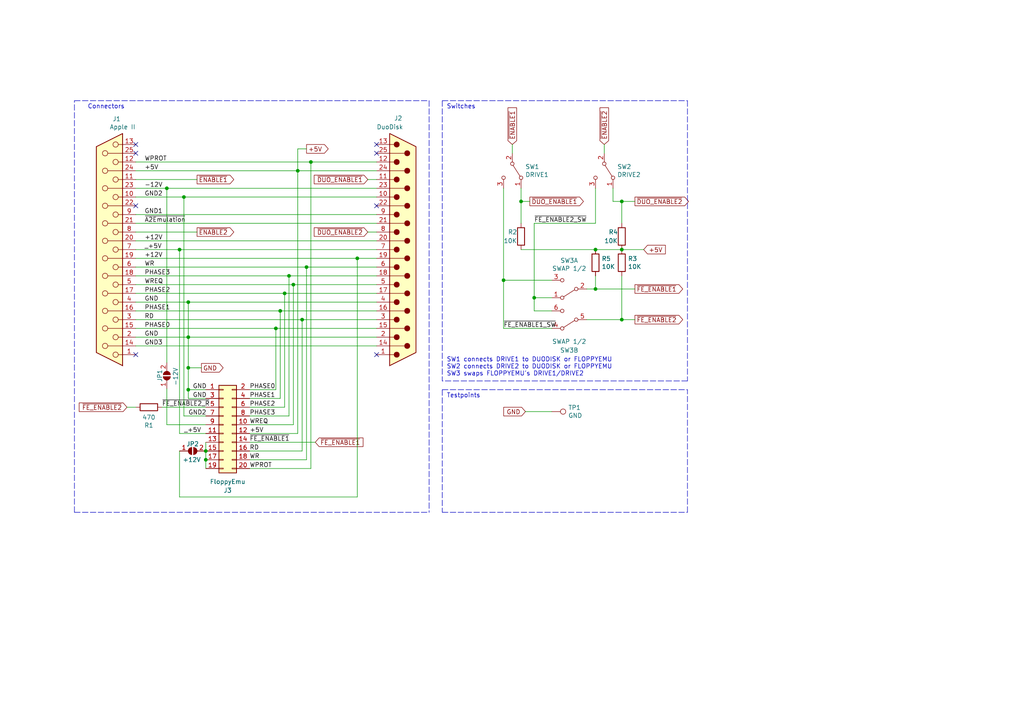
<source format=kicad_sch>
(kicad_sch (version 20211123) (generator eeschema)
  (paper "A4")
  (title_block (title "DuoDisk-FloppyEmu Adapter") (date "2022-12-21") (rev "2.0") (company "Thorsten Brehm") (comment 1 "CC-BY-SA 4.0") (comment 2 "FloppyEmu-DuoDisk-Adapter for the Apple II"))
  (lib_symbols
    (symbol "Connector:DB25_Female" (pin_names (offset 1.016) hide)
      (property "Reference" "J" (at 0 34.29 0))
      (property "Value" "DB25_Female" (at 0 -34.925 0))
      (symbol "DB25_Female_0_1"
        (circle (center -1.778 -30.48) (radius 0.762))
        (circle (center -1.778 -25.4) (radius 0.762))
        (circle (center -1.778 -20.32) (radius 0.762))
        (circle (center -1.778 -15.24) (radius 0.762))
        (circle (center -1.778 -10.16) (radius 0.762))
        (circle (center -1.778 -5.08) (radius 0.762))
        (circle (center -1.778 0) (radius 0.762))
        (circle (center -1.778 5.08) (radius 0.762))
        (circle (center -1.778 10.16) (radius 0.762))
        (circle (center -1.778 15.24) (radius 0.762))
        (circle (center -1.778 20.32) (radius 0.762))
        (circle (center -1.778 25.4) (radius 0.762))
        (circle (center -1.778 30.48) (radius 0.762))
        (polyline (pts (xy -3.81 -30.48) (xy -2.54 -30.48)))
        (polyline (pts (xy -3.81 -27.94) (xy 0.508 -27.94)))
        (polyline (pts (xy -3.81 -25.4) (xy -2.54 -25.4)))
        (polyline (pts (xy -3.81 -22.86) (xy 0.508 -22.86)))
        (polyline (pts (xy -3.81 -20.32) (xy -2.54 -20.32)))
        (polyline (pts (xy -3.81 -17.78) (xy 0.508 -17.78)))
        (polyline (pts (xy -3.81 -15.24) (xy -2.54 -15.24)))
        (polyline (pts (xy -3.81 -12.7) (xy 0.508 -12.7)))
        (polyline (pts (xy -3.81 -10.16) (xy -2.54 -10.16)))
        (polyline (pts (xy -3.81 -7.62) (xy 0.508 -7.62)))
        (polyline (pts (xy -3.81 -5.08) (xy -2.54 -5.08)))
        (polyline (pts (xy -3.81 -2.54) (xy 0.508 -2.54)))
        (polyline (pts (xy -3.81 0) (xy -2.54 0)))
        (polyline (pts (xy -3.81 2.54) (xy 0.508 2.54)))
        (polyline (pts (xy -3.81 5.08) (xy -2.54 5.08)))
        (polyline (pts (xy -3.81 7.62) (xy 0.508 7.62)))
        (polyline (pts (xy -3.81 10.16) (xy -2.54 10.16)))
        (polyline (pts (xy -3.81 12.7) (xy 0.508 12.7)))
        (polyline (pts (xy -3.81 15.24) (xy -2.54 15.24)))
        (polyline (pts (xy -3.81 17.78) (xy 0.508 17.78)))
        (polyline (pts (xy -3.81 20.32) (xy -2.54 20.32)))
        (polyline (pts (xy -3.81 22.86) (xy 0.508 22.86)))
        (polyline (pts (xy -3.81 25.4) (xy -2.54 25.4)))
        (polyline (pts (xy -3.81 27.94) (xy 0.508 27.94)))
        (polyline (pts (xy -3.81 30.48) (xy -2.54 30.48)))
        (polyline (pts (xy -3.81 33.655) (xy 3.81 29.845) (xy 3.81 -29.845) (xy -3.81 -33.655) (xy -3.81 33.655)) (stroke (width 0.254)) (fill (type background)))
        (circle (center 1.27 -27.94) (radius 0.762))
        (circle (center 1.27 -22.86) (radius 0.762))
        (circle (center 1.27 -17.78) (radius 0.762))
        (circle (center 1.27 -12.7) (radius 0.762))
        (circle (center 1.27 -7.62) (radius 0.762))
        (circle (center 1.27 -2.54) (radius 0.762))
        (circle (center 1.27 2.54) (radius 0.762))
        (circle (center 1.27 7.62) (radius 0.762))
        (circle (center 1.27 12.7) (radius 0.762))
        (circle (center 1.27 17.78) (radius 0.762))
        (circle (center 1.27 22.86) (radius 0.762))
        (circle (center 1.27 27.94) (radius 0.762))
      )
      (symbol "DB25_Female_1_1"
        (pin passive line (at -7.62 30.48 0) (length 3.81) (name "1") (number "1"))
        (pin passive line (at -7.62 -15.24 0) (length 3.81) (name "10") (number "10"))
        (pin passive line (at -7.62 -20.32 0) (length 3.81) (name "11") (number "11"))
        (pin passive line (at -7.62 -25.4 0) (length 3.81) (name "12") (number "12"))
        (pin passive line (at -7.62 -30.48 0) (length 3.81) (name "13") (number "13"))
        (pin passive line (at -7.62 27.94 0) (length 3.81) (name "P14") (number "14"))
        (pin passive line (at -7.62 22.86 0) (length 3.81) (name "P15") (number "15"))
        (pin passive line (at -7.62 17.78 0) (length 3.81) (name "P16") (number "16"))
        (pin passive line (at -7.62 12.7 0) (length 3.81) (name "P17") (number "17"))
        (pin passive line (at -7.62 7.62 0) (length 3.81) (name "P18") (number "18"))
        (pin passive line (at -7.62 2.54 0) (length 3.81) (name "P19") (number "19"))
        (pin passive line (at -7.62 25.4 0) (length 3.81) (name "2") (number "2"))
        (pin passive line (at -7.62 -2.54 0) (length 3.81) (name "P20") (number "20"))
        (pin passive line (at -7.62 -7.62 0) (length 3.81) (name "P21") (number "21"))
        (pin passive line (at -7.62 -12.7 0) (length 3.81) (name "P22") (number "22"))
        (pin passive line (at -7.62 -17.78 0) (length 3.81) (name "P23") (number "23"))
        (pin passive line (at -7.62 -22.86 0) (length 3.81) (name "P24") (number "24"))
        (pin passive line (at -7.62 -27.94 0) (length 3.81) (name "P25") (number "25"))
        (pin passive line (at -7.62 20.32 0) (length 3.81) (name "3") (number "3"))
        (pin passive line (at -7.62 15.24 0) (length 3.81) (name "4") (number "4"))
        (pin passive line (at -7.62 10.16 0) (length 3.81) (name "5") (number "5"))
        (pin passive line (at -7.62 5.08 0) (length 3.81) (name "6") (number "6"))
        (pin passive line (at -7.62 0 0) (length 3.81) (name "7") (number "7"))
        (pin passive line (at -7.62 -5.08 0) (length 3.81) (name "8") (number "8"))
        (pin passive line (at -7.62 -10.16 0) (length 3.81) (name "9") (number "9"))
      )
    )
    (symbol "Connector:DB25_Male" (pin_names (offset 1.016) hide)
      (property "Reference" "J" (at 0 34.29 0))
      (property "Value" "DB25_Male" (at 0 -34.925 0))
      (symbol "DB25_Male_0_1"
        (circle (center -1.778 -30.48) (radius 0.762) (fill (type outline)))
        (circle (center -1.778 -25.4) (radius 0.762) (fill (type outline)))
        (circle (center -1.778 -20.32) (radius 0.762) (fill (type outline)))
        (circle (center -1.778 -15.24) (radius 0.762) (fill (type outline)))
        (circle (center -1.778 -10.16) (radius 0.762) (fill (type outline)))
        (circle (center -1.778 -5.08) (radius 0.762) (fill (type outline)))
        (circle (center -1.778 0) (radius 0.762) (fill (type outline)))
        (circle (center -1.778 5.08) (radius 0.762) (fill (type outline)))
        (circle (center -1.778 10.16) (radius 0.762) (fill (type outline)))
        (circle (center -1.778 15.24) (radius 0.762) (fill (type outline)))
        (circle (center -1.778 20.32) (radius 0.762) (fill (type outline)))
        (circle (center -1.778 25.4) (radius 0.762) (fill (type outline)))
        (circle (center -1.778 30.48) (radius 0.762) (fill (type outline)))
        (polyline (pts (xy -3.81 -30.48) (xy -2.54 -30.48)))
        (polyline (pts (xy -3.81 -27.94) (xy 0.508 -27.94)))
        (polyline (pts (xy -3.81 -25.4) (xy -2.54 -25.4)))
        (polyline (pts (xy -3.81 -22.86) (xy 0.508 -22.86)))
        (polyline (pts (xy -3.81 -20.32) (xy -2.54 -20.32)))
        (polyline (pts (xy -3.81 -17.78) (xy 0.508 -17.78)))
        (polyline (pts (xy -3.81 -15.24) (xy -2.54 -15.24)))
        (polyline (pts (xy -3.81 -12.7) (xy 0.508 -12.7)))
        (polyline (pts (xy -3.81 -10.16) (xy -2.54 -10.16)))
        (polyline (pts (xy -3.81 -7.62) (xy 0.508 -7.62)))
        (polyline (pts (xy -3.81 -5.08) (xy -2.54 -5.08)))
        (polyline (pts (xy -3.81 -2.54) (xy 0.508 -2.54)))
        (polyline (pts (xy -3.81 0) (xy -2.54 0)))
        (polyline (pts (xy -3.81 2.54) (xy 0.508 2.54)))
        (polyline (pts (xy -3.81 5.08) (xy -2.54 5.08)))
        (polyline (pts (xy -3.81 7.62) (xy 0.508 7.62)))
        (polyline (pts (xy -3.81 10.16) (xy -2.54 10.16)))
        (polyline (pts (xy -3.81 12.7) (xy 0.508 12.7)))
        (polyline (pts (xy -3.81 15.24) (xy -2.54 15.24)))
        (polyline (pts (xy -3.81 17.78) (xy 0.508 17.78)))
        (polyline (pts (xy -3.81 20.32) (xy -2.54 20.32)))
        (polyline (pts (xy -3.81 22.86) (xy 0.508 22.86)))
        (polyline (pts (xy -3.81 25.4) (xy -2.54 25.4)))
        (polyline (pts (xy -3.81 27.94) (xy 0.508 27.94)))
        (polyline (pts (xy -3.81 30.48) (xy -2.54 30.48)))
        (polyline (pts (xy -3.81 -33.655) (xy 3.81 -29.845) (xy 3.81 29.845) (xy -3.81 33.655) (xy -3.81 -33.655)) (stroke (width 0.254)) (fill (type background)))
        (circle (center 1.27 -27.94) (radius 0.762) (fill (type outline)))
        (circle (center 1.27 -22.86) (radius 0.762) (fill (type outline)))
        (circle (center 1.27 -17.78) (radius 0.762) (fill (type outline)))
        (circle (center 1.27 -12.7) (radius 0.762) (fill (type outline)))
        (circle (center 1.27 -7.62) (radius 0.762) (fill (type outline)))
        (circle (center 1.27 -2.54) (radius 0.762) (fill (type outline)))
        (circle (center 1.27 2.54) (radius 0.762) (fill (type outline)))
        (circle (center 1.27 7.62) (radius 0.762) (fill (type outline)))
        (circle (center 1.27 12.7) (radius 0.762) (fill (type outline)))
        (circle (center 1.27 17.78) (radius 0.762) (fill (type outline)))
        (circle (center 1.27 22.86) (radius 0.762) (fill (type outline)))
        (circle (center 1.27 27.94) (radius 0.762) (fill (type outline)))
      )
      (symbol "DB25_Male_1_1"
        (pin passive line (at -7.62 -30.48 0) (length 3.81) (name "1") (number "1"))
        (pin passive line (at -7.62 15.24 0) (length 3.81) (name "10") (number "10"))
        (pin passive line (at -7.62 20.32 0) (length 3.81) (name "11") (number "11"))
        (pin passive line (at -7.62 25.4 0) (length 3.81) (name "12") (number "12"))
        (pin passive line (at -7.62 30.48 0) (length 3.81) (name "13") (number "13"))
        (pin passive line (at -7.62 -27.94 0) (length 3.81) (name "P14") (number "14"))
        (pin passive line (at -7.62 -22.86 0) (length 3.81) (name "P15") (number "15"))
        (pin passive line (at -7.62 -17.78 0) (length 3.81) (name "P16") (number "16"))
        (pin passive line (at -7.62 -12.7 0) (length 3.81) (name "P17") (number "17"))
        (pin passive line (at -7.62 -7.62 0) (length 3.81) (name "P18") (number "18"))
        (pin passive line (at -7.62 -2.54 0) (length 3.81) (name "P19") (number "19"))
        (pin passive line (at -7.62 -25.4 0) (length 3.81) (name "2") (number "2"))
        (pin passive line (at -7.62 2.54 0) (length 3.81) (name "P20") (number "20"))
        (pin passive line (at -7.62 7.62 0) (length 3.81) (name "P21") (number "21"))
        (pin passive line (at -7.62 12.7 0) (length 3.81) (name "P22") (number "22"))
        (pin passive line (at -7.62 17.78 0) (length 3.81) (name "P23") (number "23"))
        (pin passive line (at -7.62 22.86 0) (length 3.81) (name "P24") (number "24"))
        (pin passive line (at -7.62 27.94 0) (length 3.81) (name "P25") (number "25"))
        (pin passive line (at -7.62 -20.32 0) (length 3.81) (name "3") (number "3"))
        (pin passive line (at -7.62 -15.24 0) (length 3.81) (name "4") (number "4"))
        (pin passive line (at -7.62 -10.16 0) (length 3.81) (name "5") (number "5"))
        (pin passive line (at -7.62 -5.08 0) (length 3.81) (name "6") (number "6"))
        (pin passive line (at -7.62 0 0) (length 3.81) (name "7") (number "7"))
        (pin passive line (at -7.62 5.08 0) (length 3.81) (name "8") (number "8"))
        (pin passive line (at -7.62 10.16 0) (length 3.81) (name "9") (number "9"))
      )
    )
    (symbol "Connector:TestPoint" (pin_numbers hide) (pin_names (offset 0.762) hide)
      (property "Reference" "TP" (at 0 6.858 0))
      (property "Value" "TestPoint" (at 0 5.08 0))
      (symbol "TestPoint_0_1"
        (circle (center 0 3.302) (radius 0.762))
      )
      (symbol "TestPoint_1_1"
        (pin passive line (at 0 0 90) (length 2.54) (name "1") (number "1"))
      )
    )
    (symbol "Connector_Generic:Conn_02x10_Odd_Even" (pin_names (offset 1.016) hide)
      (property "Reference" "J" (at 1.27 12.7 0))
      (property "Value" "Conn_02x10_Odd_Even" (at 1.27 -15.24 0))
      (symbol "Conn_02x10_Odd_Even_1_1"
        (rectangle (start -1.27 -12.573) (end 0 -12.827) (stroke (width 0.1524)))
        (rectangle (start -1.27 -10.033) (end 0 -10.287) (stroke (width 0.1524)))
        (rectangle (start -1.27 -7.493) (end 0 -7.747) (stroke (width 0.1524)))
        (rectangle (start -1.27 -4.953) (end 0 -5.207) (stroke (width 0.1524)))
        (rectangle (start -1.27 -2.413) (end 0 -2.667) (stroke (width 0.1524)))
        (rectangle (start -1.27 0.127) (end 0 -0.127) (stroke (width 0.1524)))
        (rectangle (start -1.27 2.667) (end 0 2.413) (stroke (width 0.1524)))
        (rectangle (start -1.27 5.207) (end 0 4.953) (stroke (width 0.1524)))
        (rectangle (start -1.27 7.747) (end 0 7.493) (stroke (width 0.1524)))
        (rectangle (start -1.27 10.287) (end 0 10.033) (stroke (width 0.1524)))
        (rectangle (start -1.27 11.43) (end 3.81 -13.97) (stroke (width 0.254)) (fill (type background)))
        (rectangle (start 3.81 -12.573) (end 2.54 -12.827) (stroke (width 0.1524)))
        (rectangle (start 3.81 -10.033) (end 2.54 -10.287) (stroke (width 0.1524)))
        (rectangle (start 3.81 -7.493) (end 2.54 -7.747) (stroke (width 0.1524)))
        (rectangle (start 3.81 -4.953) (end 2.54 -5.207) (stroke (width 0.1524)))
        (rectangle (start 3.81 -2.413) (end 2.54 -2.667) (stroke (width 0.1524)))
        (rectangle (start 3.81 0.127) (end 2.54 -0.127) (stroke (width 0.1524)))
        (rectangle (start 3.81 2.667) (end 2.54 2.413) (stroke (width 0.1524)))
        (rectangle (start 3.81 5.207) (end 2.54 4.953) (stroke (width 0.1524)))
        (rectangle (start 3.81 7.747) (end 2.54 7.493) (stroke (width 0.1524)))
        (rectangle (start 3.81 10.287) (end 2.54 10.033) (stroke (width 0.1524)))
        (pin passive line (at -5.08 10.16 0) (length 3.81) (name "Pin_1") (number "1"))
        (pin passive line (at 7.62 0 180) (length 3.81) (name "Pin_10") (number "10"))
        (pin passive line (at -5.08 -2.54 0) (length 3.81) (name "Pin_11") (number "11"))
        (pin passive line (at 7.62 -2.54 180) (length 3.81) (name "Pin_12") (number "12"))
        (pin passive line (at -5.08 -5.08 0) (length 3.81) (name "Pin_13") (number "13"))
        (pin passive line (at 7.62 -5.08 180) (length 3.81) (name "Pin_14") (number "14"))
        (pin passive line (at -5.08 -7.62 0) (length 3.81) (name "Pin_15") (number "15"))
        (pin passive line (at 7.62 -7.62 180) (length 3.81) (name "Pin_16") (number "16"))
        (pin passive line (at -5.08 -10.16 0) (length 3.81) (name "Pin_17") (number "17"))
        (pin passive line (at 7.62 -10.16 180) (length 3.81) (name "Pin_18") (number "18"))
        (pin passive line (at -5.08 -12.7 0) (length 3.81) (name "Pin_19") (number "19"))
        (pin passive line (at 7.62 10.16 180) (length 3.81) (name "Pin_2") (number "2"))
        (pin passive line (at 7.62 -12.7 180) (length 3.81) (name "Pin_20") (number "20"))
        (pin passive line (at -5.08 7.62 0) (length 3.81) (name "Pin_3") (number "3"))
        (pin passive line (at 7.62 7.62 180) (length 3.81) (name "Pin_4") (number "4"))
        (pin passive line (at -5.08 5.08 0) (length 3.81) (name "Pin_5") (number "5"))
        (pin passive line (at 7.62 5.08 180) (length 3.81) (name "Pin_6") (number "6"))
        (pin passive line (at -5.08 2.54 0) (length 3.81) (name "Pin_7") (number "7"))
        (pin passive line (at 7.62 2.54 180) (length 3.81) (name "Pin_8") (number "8"))
        (pin passive line (at -5.08 0 0) (length 3.81) (name "Pin_9") (number "9"))
      )
    )
    (symbol "Device:R" (pin_numbers hide) (pin_names (offset 0))
      (property "Reference" "R" (at 2.032 0 90))
      (property "Value" "R" (at 0 0 90))
      (symbol "R_0_1"
        (rectangle (start -1.016 -2.54) (end 1.016 2.54) (stroke (width 0.254)))
      )
      (symbol "R_1_1"
        (pin passive line (at 0 3.81 270) (length 1.27) (name "~") (number "1"))
        (pin passive line (at 0 -3.81 90) (length 1.27) (name "~") (number "2"))
      )
    )
    (symbol "Jumper:SolderJumper_2_Open" (pin_names (offset 0) hide)
      (property "Reference" "JP" (at 0 2.032 0))
      (property "Value" "SolderJumper_2_Open" (at 0 -2.54 0))
      (symbol "SolderJumper_2_Open_0_1"
        (arc (start -0.254 1.016) (mid -1.27 0) (end -0.254 -1.016))
        (arc (start -0.254 1.016) (mid -1.27 0) (end -0.254 -1.016) (fill (type outline)))
        (polyline (pts (xy -0.254 1.016) (xy -0.254 -1.016)))
        (polyline (pts (xy 0.254 1.016) (xy 0.254 -1.016)))
        (arc (start 0.254 -1.016) (mid 1.27 0) (end 0.254 1.016))
        (arc (start 0.254 -1.016) (mid 1.27 0) (end 0.254 1.016) (fill (type outline)))
      )
      (symbol "SolderJumper_2_Open_1_1"
        (pin passive line (at -3.81 0 0) (length 2.54) (name "A") (number "1"))
        (pin passive line (at 3.81 0 180) (length 2.54) (name "B") (number "2"))
      )
    )
    (symbol "Switch:SW_DPDT_x2" (pin_names (offset 0) hide)
      (property "Reference" "SW" (at 0 4.318 0))
      (property "Value" "SW_DPDT_x2" (at 0 -5.08 0))
      (symbol "SW_DPDT_x2_0_0"
        (circle (center -2.032 0) (radius 0.508))
        (circle (center 2.032 -2.54) (radius 0.508))
      )
      (symbol "SW_DPDT_x2_0_1"
        (polyline (pts (xy -1.524 0.254) (xy 1.651 2.286)))
        (circle (center 2.032 2.54) (radius 0.508))
      )
      (symbol "SW_DPDT_x2_1_1"
        (pin passive line (at 5.08 2.54 180) (length 2.54) (name "A") (number "1"))
        (pin passive line (at -5.08 0 0) (length 2.54) (name "B") (number "2"))
        (pin passive line (at 5.08 -2.54 180) (length 2.54) (name "C") (number "3"))
      )
      (symbol "SW_DPDT_x2_2_1"
        (pin passive line (at 5.08 2.54 180) (length 2.54) (name "A") (number "4"))
        (pin passive line (at -5.08 0 0) (length 2.54) (name "B") (number "5"))
        (pin passive line (at 5.08 -2.54 180) (length 2.54) (name "C") (number "6"))
      )
    )
    (symbol "Switch:SW_SPDT" (pin_names (offset 0) hide)
      (property "Reference" "SW" (at 0 4.318 0))
      (property "Value" "SW_SPDT" (at 0 -5.08 0))
      (symbol "SW_SPDT_0_0"
        (circle (center -2.032 0) (radius 0.508))
        (circle (center 2.032 -2.54) (radius 0.508))
      )
      (symbol "SW_SPDT_0_1"
        (polyline (pts (xy -1.524 0.254) (xy 1.651 2.286)))
        (circle (center 2.032 2.54) (radius 0.508))
      )
      (symbol "SW_SPDT_1_1"
        (pin passive line (at 5.08 2.54 180) (length 2.54) (name "A") (number "1"))
        (pin passive line (at -5.08 0 0) (length 2.54) (name "B") (number "2"))
        (pin passive line (at 5.08 -2.54 180) (length 2.54) (name "C") (number "3"))
      )
    )
  )
  (junction (at 180.34 92.71))
  (junction (at 48.387 54.61))
  (junction (at 88.9 77.47))
  (junction (at 151.13 58.42))
  (junction (at 172.72 83.82))
  (junction (at 54.61 87.63))
  (junction (at 154.94 86.36))
  (junction (at 54.61 97.79))
  (junction (at 172.72 72.39))
  (junction (at 86.36 49.53))
  (junction (at 180.34 72.39))
  (junction (at 53.34 57.15))
  (junction (at 54.61 113.03))
  (junction (at 87.63 92.71))
  (junction (at 59.69 133.35))
  (junction (at 90.17 46.99))
  (junction (at 82.55 85.09))
  (junction (at 81.28 90.17))
  (junction (at 85.09 82.55))
  (junction (at 146.05 81.28))
  (junction (at 180.34 58.42))
  (junction (at 59.69 130.81))
  (junction (at 54.61 106.68))
  (junction (at 103.632 74.93))
  (junction (at 80.01 95.25))
  (junction (at 83.82 80.01))
  (junction (at 52.07 72.39))
  (no_connect (at 39.37 41.91))
  (no_connect (at 39.37 59.69))
  (no_connect (at 109.22 102.87))
  (no_connect (at 39.37 44.45))
  (no_connect (at 109.22 59.69))
  (no_connect (at 109.22 44.45))
  (no_connect (at 39.37 102.87))
  (no_connect (at 109.22 41.91))
  (wire (pts (xy 39.37 80.01) (xy 83.82 80.01)))
  (wire (pts (xy 48.387 54.61) (xy 48.387 105.156)))
  (wire (pts (xy 39.37 54.61) (xy 48.387 54.61)))
  (wire (pts (xy 59.69 125.73) (xy 52.07 125.73)))
  (wire (pts (xy 39.37 46.99) (xy 90.17 46.99)))
  (wire (pts (xy 172.72 72.39) (xy 180.34 72.39)))
  (wire (pts (xy 180.34 72.39) (xy 186.69 72.39)))
  (wire (pts (xy 153.67 58.42) (xy 151.13 58.42)))
  (wire (pts (xy 39.37 57.15) (xy 53.34 57.15)))
  (wire (pts (xy 160.02 119.38) (xy 152.4 119.38)))
  (wire (pts (xy 172.72 80.01) (xy 172.72 83.82)))
  (wire (pts (xy 103.632 144.145) (xy 52.07 144.145)))
  (wire (pts (xy 59.69 115.57) (xy 54.61 115.57)))
  (wire (pts (xy 184.15 92.71) (xy 180.34 92.71)))
  (wire (pts (xy 85.09 82.55) (xy 109.22 82.55)))
  (wire (pts (xy 39.37 87.63) (xy 54.61 87.63)))
  (polyline (pts (xy 199.39 110.49) (xy 128.27 110.49)))
  (wire (pts (xy 39.37 95.25) (xy 80.01 95.25)))
  (wire (pts (xy 39.37 74.93) (xy 103.632 74.93)))
  (wire (pts (xy 59.69 120.65) (xy 53.34 120.65)))
  (polyline (pts (xy 199.39 148.59) (xy 199.39 113.03)))
  (wire (pts (xy 72.39 113.03) (xy 80.01 113.03)))
  (wire (pts (xy 154.94 64.77) (xy 154.94 86.36)))
  (wire (pts (xy 83.82 80.01) (xy 109.22 80.01)))
  (polyline (pts (xy 199.39 29.21) (xy 199.39 110.49)))
  (wire (pts (xy 59.69 130.81) (xy 59.69 133.35)))
  (wire (pts (xy 59.69 133.35) (xy 59.69 135.89)))
  (wire (pts (xy 85.09 123.19) (xy 85.09 82.55)))
  (wire (pts (xy 172.72 64.77) (xy 154.94 64.77)))
  (polyline (pts (xy 21.59 29.21) (xy 124.46 29.21)))
  (wire (pts (xy 180.34 80.01) (xy 180.34 92.71)))
  (wire (pts (xy 148.59 44.45) (xy 148.59 41.91)))
  (wire (pts (xy 54.61 97.79) (xy 109.22 97.79)))
  (wire (pts (xy 46.99 118.11) (xy 59.69 118.11)))
  (wire (pts (xy 72.39 128.27) (xy 91.44 128.27)))
  (wire (pts (xy 72.39 135.89) (xy 90.17 135.89)))
  (wire (pts (xy 81.28 90.17) (xy 109.22 90.17)))
  (wire (pts (xy 39.37 92.71) (xy 87.63 92.71)))
  (wire (pts (xy 81.28 115.57) (xy 81.28 90.17)))
  (wire (pts (xy 72.39 118.11) (xy 82.55 118.11)))
  (wire (pts (xy 86.36 43.18) (xy 88.9 43.18)))
  (wire (pts (xy 72.39 133.35) (xy 88.9 133.35)))
  (polyline (pts (xy 124.46 29.21) (xy 124.46 148.59)))
  (wire (pts (xy 53.34 57.15) (xy 109.22 57.15)))
  (wire (pts (xy 180.34 64.77) (xy 180.34 58.42)))
  (wire (pts (xy 86.36 125.73) (xy 86.36 49.53)))
  (wire (pts (xy 172.72 54.61) (xy 172.72 64.77)))
  (wire (pts (xy 87.63 130.81) (xy 87.63 92.71)))
  (wire (pts (xy 39.37 49.53) (xy 86.36 49.53)))
  (wire (pts (xy 146.05 95.25) (xy 160.02 95.25)))
  (wire (pts (xy 72.39 125.73) (xy 86.36 125.73)))
  (wire (pts (xy 54.61 113.03) (xy 54.61 106.68)))
  (wire (pts (xy 154.94 90.17) (xy 154.94 86.36)))
  (polyline (pts (xy 128.27 148.59) (xy 199.39 148.59)))
  (wire (pts (xy 54.61 106.68) (xy 58.42 106.68)))
  (wire (pts (xy 39.37 90.17) (xy 81.28 90.17)))
  (wire (pts (xy 39.37 97.79) (xy 54.61 97.79)))
  (wire (pts (xy 90.17 135.89) (xy 90.17 46.99)))
  (wire (pts (xy 88.9 133.35) (xy 88.9 77.47)))
  (wire (pts (xy 80.01 95.25) (xy 109.22 95.25)))
  (wire (pts (xy 83.82 80.01) (xy 83.82 120.65)))
  (polyline (pts (xy 128.27 29.21) (xy 128.27 110.49)))
  (wire (pts (xy 175.26 41.91) (xy 175.26 44.45)))
  (wire (pts (xy 86.36 49.53) (xy 86.36 43.18)))
  (wire (pts (xy 154.94 90.17) (xy 160.02 90.17)))
  (wire (pts (xy 59.69 128.27) (xy 59.69 130.81)))
  (wire (pts (xy 39.37 100.33) (xy 109.22 100.33)))
  (wire (pts (xy 172.72 83.82) (xy 184.15 83.82)))
  (wire (pts (xy 54.61 87.63) (xy 109.22 87.63)))
  (wire (pts (xy 88.9 77.47) (xy 109.22 77.47)))
  (wire (pts (xy 39.37 64.77) (xy 109.22 64.77)))
  (wire (pts (xy 90.17 46.99) (xy 109.22 46.99)))
  (wire (pts (xy 48.387 112.776) (xy 48.387 123.19)))
  (wire (pts (xy 103.632 74.93) (xy 103.632 144.145)))
  (wire (pts (xy 86.36 49.53) (xy 109.22 49.53)))
  (wire (pts (xy 54.61 106.68) (xy 54.61 97.79)))
  (wire (pts (xy 72.39 130.81) (xy 87.63 130.81)))
  (wire (pts (xy 82.55 118.11) (xy 82.55 85.09)))
  (wire (pts (xy 54.61 97.79) (xy 54.61 87.63)))
  (wire (pts (xy 180.34 58.42) (xy 184.15 58.42)))
  (wire (pts (xy 39.37 77.47) (xy 88.9 77.47)))
  (wire (pts (xy 106.68 67.31) (xy 109.22 67.31)))
  (wire (pts (xy 39.37 62.23) (xy 109.22 62.23)))
  (wire (pts (xy 52.07 144.145) (xy 52.07 130.81)))
  (wire (pts (xy 109.22 52.07) (xy 106.68 52.07)))
  (wire (pts (xy 54.61 113.03) (xy 59.69 113.03)))
  (polyline (pts (xy 21.59 148.59) (xy 124.46 148.59)))
  (wire (pts (xy 170.18 83.82) (xy 172.72 83.82)))
  (wire (pts (xy 52.07 72.39) (xy 109.22 72.39)))
  (wire (pts (xy 151.13 64.77) (xy 151.13 58.42)))
  (wire (pts (xy 39.37 52.07) (xy 57.15 52.07)))
  (wire (pts (xy 151.13 72.39) (xy 172.72 72.39)))
  (wire (pts (xy 146.05 81.28) (xy 146.05 95.25)))
  (wire (pts (xy 160.02 86.36) (xy 154.94 86.36)))
  (wire (pts (xy 53.34 120.65) (xy 53.34 57.15)))
  (wire (pts (xy 72.39 120.65) (xy 83.82 120.65)))
  (wire (pts (xy 39.37 69.85) (xy 109.22 69.85)))
  (wire (pts (xy 59.69 123.19) (xy 48.387 123.19)))
  (wire (pts (xy 39.37 85.09) (xy 82.55 85.09)))
  (wire (pts (xy 177.8 58.42) (xy 180.34 58.42)))
  (wire (pts (xy 39.37 72.39) (xy 52.07 72.39)))
  (wire (pts (xy 87.63 92.71) (xy 109.22 92.71)))
  (wire (pts (xy 72.39 123.19) (xy 85.09 123.19)))
  (wire (pts (xy 151.13 54.61) (xy 151.13 58.42)))
  (polyline (pts (xy 128.27 29.21) (xy 199.39 29.21)))
  (polyline (pts (xy 128.27 113.03) (xy 128.27 148.59)))
  (wire (pts (xy 160.02 81.28) (xy 146.05 81.28)))
  (wire (pts (xy 39.37 67.31) (xy 57.15 67.31)))
  (wire (pts (xy 54.61 115.57) (xy 54.61 113.03)))
  (wire (pts (xy 80.01 113.03) (xy 80.01 95.25)))
  (polyline (pts (xy 21.59 148.59) (xy 21.59 29.21)))
  (wire (pts (xy 82.55 85.09) (xy 109.22 85.09)))
  (wire (pts (xy 39.37 82.55) (xy 85.09 82.55)))
  (wire (pts (xy 48.387 54.61) (xy 109.22 54.61)))
  (wire (pts (xy 180.34 92.71) (xy 170.18 92.71)))
  (wire (pts (xy 72.39 115.57) (xy 81.28 115.57)))
  (wire (pts (xy 103.632 74.93) (xy 109.22 74.93)))
  (wire (pts (xy 146.05 54.61) (xy 146.05 81.28)))
  (polyline (pts (xy 128.27 113.03) (xy 199.39 113.03)))
  (wire (pts (xy 39.37 118.11) (xy 36.83 118.11)))
  (wire (pts (xy 52.07 125.73) (xy 52.07 72.39)))
  (wire (pts (xy 177.8 54.61) (xy 177.8 58.42)))
  (text "SW1 connects DRIVE1 to DUODISK or FLOPPYEMU\nSW2 connects DRIVE2 to DUODISK or FLOPPYEMU\nSW3 swaps FLOPPYEMU's DRIVE1/DRIVE2" (at 129.54 109.22 0) (effects (font (size 1.27 1.27)) (justify left bottom)))
  (text "Testpoints" (at 129.54 115.57 0) (effects (font (size 1.27 1.27)) (justify left bottom)))
  (text "Connectors" (at 25.4 31.75 0) (effects (font (size 1.27 1.27)) (justify left bottom)))
  (text "Switches" (at 129.54 31.75 0) (effects (font (size 1.27 1.27)) (justify left bottom)))
  (label "WR" (at 72.39 133.35 0))
  (label "PHASE1" (at 41.91 90.17 0))
  (label "+12V" (at 41.91 69.85 0))
  (label "~{A2Emulation}" (at 41.91 64.77 0))
  (label "GND" (at 55.88 113.03 0))
  (label "PHASE3" (at 41.91 80.01 0))
  (label "-12V" (at 41.91 54.61 0))
  (label "WREQ" (at 72.39 123.19 0))
  (label "GND2" (at 54.61 120.65 0))
  (label "~{FE_ENABLE1_SW}" (at 146.05 95.25 0))
  (label "WR" (at 41.91 77.47 0))
  (label "WREQ" (at 41.91 82.55 0))
  (label "PHASE0" (at 41.91 95.25 0))
  (label "PHASE3" (at 72.39 120.65 0))
  (label "+5V" (at 41.91 49.53 0))
  (label "GND" (at 41.91 87.63 0))
  (label "PHASE2" (at 72.39 118.11 0))
  (label "GND" (at 55.88 115.57 0))
  (label "PHASE2" (at 41.91 85.09 0))
  (label "~{FE_ENABLE1}" (at 72.39 128.27 0))
  (label "GND" (at 41.91 97.79 0))
  (label "WPROT" (at 72.39 135.89 0))
  (label "PHASE0" (at 72.39 113.03 0))
  (label "GND3" (at 41.91 100.33 0))
  (label "PHASE1" (at 72.39 115.57 0))
  (label "_+5V" (at 41.91 72.39 0))
  (label "~{FE_ENABLE2_SW}" (at 154.94 64.77 0))
  (label "RD" (at 41.91 92.71 0))
  (label "_+5V" (at 53.34 125.73 0))
  (label "GND2" (at 41.91 57.15 0))
  (label "+12V" (at 41.91 74.93 0))
  (label "RD" (at 72.39 130.81 0))
  (label "WPROT" (at 41.91 46.99 0))
  (label "GND1" (at 41.91 62.23 0))
  (label "+5V" (at 72.39 125.73 0))
  (label "~{FE_ENABLE2_R}" (at 46.99 118.11 0))
  (global_label "~{FE_ENABLE2}" (shape output) (at 184.15 92.71 0) (property "Intersheet References" "${INTERSHEET_REFS}" (effects hide)))
  (global_label "~{FE_ENABLE1}" (shape input) (at 91.44 128.27 0) (property "Intersheet References" "${INTERSHEET_REFS}" (effects hide)))
  (global_label "~{DUO_ENABLE1}" (shape input) (at 106.68 52.07 180) (property "Intersheet References" "${INTERSHEET_REFS}" (effects hide)))
  (global_label "~{DUO_ENABLE2}" (shape output) (at 184.15 58.42 0) (property "Intersheet References" "${INTERSHEET_REFS}" (effects hide)))
  (global_label "+5V" (shape output) (at 88.9 43.18 0) (property "Intersheet References" "${INTERSHEET_REFS}" (effects hide)))
  (global_label "~{ENABLE2}" (shape input) (at 175.26 41.91 90) (property "Intersheet References" "${INTERSHEET_REFS}" (effects hide)))
  (global_label "~{FE_ENABLE1}" (shape output) (at 184.15 83.82 0) (property "Intersheet References" "${INTERSHEET_REFS}" (effects hide)))
  (global_label "~{DUO_ENABLE1}" (shape output) (at 153.67 58.42 0) (property "Intersheet References" "${INTERSHEET_REFS}" (effects hide)))
  (global_label "~{FE_ENABLE2}" (shape input) (at 36.83 118.11 180) (property "Intersheet References" "${INTERSHEET_REFS}" (effects hide)))
  (global_label "+5V" (shape input) (at 186.69 72.39 0) (property "Intersheet References" "${INTERSHEET_REFS}" (effects hide)))
  (global_label "GND" (shape output) (at 58.42 106.68 0) (property "Intersheet References" "${INTERSHEET_REFS}" (effects hide)))
  (global_label "GND" (shape input) (at 152.4 119.38 180) (property "Intersheet References" "${INTERSHEET_REFS}" (effects hide)))
  (global_label "~{ENABLE1}" (shape input) (at 148.59 41.91 90) (property "Intersheet References" "${INTERSHEET_REFS}" (effects hide)))
  (global_label "~{DUO_ENABLE2}" (shape input) (at 106.68 67.31 180) (property "Intersheet References" "${INTERSHEET_REFS}" (effects hide)))
  (global_label "~{ENABLE1}" (shape output) (at 57.15 52.07 0) (property "Intersheet References" "${INTERSHEET_REFS}" (effects hide)))
  (global_label "~{ENABLE2}" (shape output) (at 57.15 67.31 0) (property "Intersheet References" "${INTERSHEET_REFS}" (effects hide)))
  (symbol (lib_id "Connector:DB25_Female") (at 31.75 72.39 180) (unit 1)
    (property "Reference" "J1" (at 33.8328 34.4932 0))
    (property "Value" "Apple II" (at 35.56 36.83 0))
    (property "Footprint" "Connectors_DSUB:DSUB-25_Female_EdgeMount_Pitch2.77mm" (effects hide))
    (property "Datasheet" " ~" (effects hide))
  )
  (symbol (lib_id "Connector:DB25_Male") (at 116.84 72.39 0) (unit 1)
    (property "Reference" "J2" (at 114.3 34.29 0) (effects (justify left)))
    (property "Value" "DuoDisk" (at 109.22 36.83 0) (effects (justify left)))
    (property "Footprint" "Connectors_DSUB:DSUB-25_Male_EdgeMount_Pitch2.77mm" (effects hide))
    (property "Datasheet" " ~" (effects hide))
  )
  (symbol (lib_id "Connector_Generic:Conn_02x10_Odd_Even") (at 64.77 123.19 0) (unit 1)
    (property "Reference" "J3" (at 66.04 142.24 0))
    (property "Value" "FloppyEmu" (at 66.04 139.7 0))
    (property "Footprint" "ThorstensFootprints:Header_2x10_Shrouded_100mil" (effects hide))
  )
  (symbol (lib_id "Device:R") (at 43.18 118.11 270) (unit 1)
    (property "Reference" "R1" (at 43.18 123.3678 90))
    (property "Value" "470" (at 43.18 121.0564 90))
    (property "Footprint" "Resistors_THT:R_Axial_DIN0207_L6.3mm_D2.5mm_P10.16mm_Horizontal" (effects hide))
  )
  (symbol (lib_id "Switch:SW_SPDT") (at 148.59 49.53 270) (unit 1)
    (property "Reference" "SW1" (at 152.3492 48.3616 90) (effects (justify left)))
    (property "Value" "DRIVE1" (at 152.3492 50.673 90) (effects (justify left)))
    (property "Footprint" "ThorstensFootprints:KNX-1" (effects hide))
  )
  (symbol (lib_id "Switch:SW_SPDT") (at 175.26 49.53 270) (unit 1)
    (property "Reference" "SW2" (at 179.0192 48.3616 90) (effects (justify left)))
    (property "Value" "DRIVE2" (at 179.0192 50.673 90) (effects (justify left)))
    (property "Footprint" "ThorstensFootprints:KNX-1" (effects hide))
  )
  (symbol (lib_id "Device:R") (at 151.13 68.58 180) (unit 1)
    (property "Reference" "R2" (at 147.32 67.31 0) (effects (justify right)))
    (property "Value" "10K" (at 146.05 69.85 0) (effects (justify right)))
    (property "Footprint" "Resistors_THT:R_Axial_DIN0207_L6.3mm_D2.5mm_P10.16mm_Horizontal" (effects hide))
  )
  (symbol (lib_id "Device:R") (at 180.34 76.2 0) (unit 1)
    (property "Reference" "R3" (at 182.118 75.0316 0) (effects (justify left)))
    (property "Value" "10K" (at 182.118 77.343 0) (effects (justify left)))
    (property "Footprint" "Resistors_THT:R_Axial_DIN0207_L6.3mm_D2.5mm_P10.16mm_Horizontal" (effects hide))
  )
  (symbol (lib_id "Device:R") (at 180.34 68.58 0) (unit 1)
    (property "Reference" "R4" (at 176.53 67.31 0) (effects (justify left)))
    (property "Value" "10K" (at 175.26 69.85 0) (effects (justify left)))
    (property "Footprint" "Resistors_THT:R_Axial_DIN0207_L6.3mm_D2.5mm_P10.16mm_Horizontal" (effects hide))
  )
  (symbol (lib_id "Device:R") (at 172.72 76.2 0) (unit 1)
    (property "Reference" "R5" (at 174.498 75.0316 0) (effects (justify left)))
    (property "Value" "10K" (at 174.498 77.343 0) (effects (justify left)))
    (property "Footprint" "Resistors_THT:R_Axial_DIN0207_L6.3mm_D2.5mm_P10.16mm_Horizontal" (effects hide))
  )
  (symbol (lib_id "Switch:SW_DPDT_x2") (at 165.1 83.82 180) (unit 1)
    (property "Reference" "SW3" (at 165.1 75.565 0))
    (property "Value" "SWAP 1/2" (at 165.1 77.8764 0))
    (property "Footprint" "ThorstensFootprints:KNX-2" (effects hide))
  )
  (symbol (lib_id "Switch:SW_DPDT_x2") (at 165.1 92.71 180) (unit 2)
    (property "Reference" "SW3" (at 165.1 101.6 0))
    (property "Value" "SWAP 1/2" (at 165.1 99.06 0))
    (property "Footprint" "ThorstensFootprints:KNX-2" (effects hide))
  )
  (symbol (lib_id "Connector:TestPoint") (at 160.02 119.38 270) (unit 1)
    (property "Reference" "TP1" (at 164.7952 118.2116 90) (effects (justify left)))
    (property "Value" "GND" (at 164.7952 120.523 90) (effects (justify left)))
    (property "Footprint" "Measurement_Points:Measurement_Point_Round-TH_Small" (effects hide))
  )
  (symbol (lib_id "Jumper:SolderJumper_2_Open") (at 55.88 130.81 0) (unit 1)
    (property "Reference" "JP2" (at 55.88 128.778 0))
    (property "Value" "+12V" (at 55.626 133.35 0))
    (property "Footprint" "Jumper:SolderJumper-2_P1.3mm_Open_RoundedPad1.0x1.5mm" (effects hide))
  )
  (symbol (lib_id "Jumper:SolderJumper_2_Open") (at 48.387 108.966 90) (unit 1)
    (property "Reference" "JP1" (at 46.355 108.966 0))
    (property "Value" "-12V" (at 50.927 109.22 0))
    (property "Footprint" "Jumper:SolderJumper-2_P1.3mm_Open_RoundedPad1.0x1.5mm" (effects hide))
  )
)
</source>
